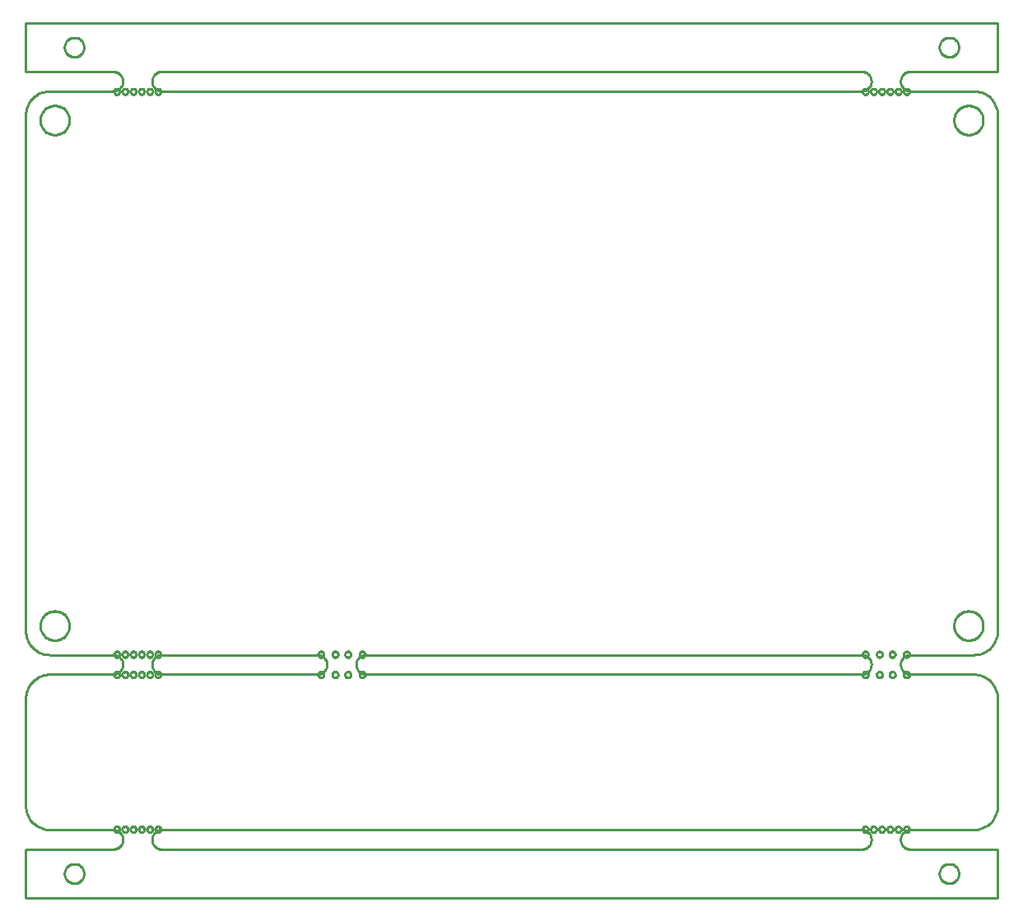
<source format=gbr>
G04 EAGLE Gerber RS-274X export*
G75*
%MOMM*%
%FSLAX34Y34*%
%LPD*%
%IN*%
%IPPOS*%
%AMOC8*
5,1,8,0,0,1.08239X$1,22.5*%
G01*
%ADD10C,0.254000*%


D10*
X0Y31D02*
X1000000Y31D01*
X1000000Y50031D01*
X910000Y50031D01*
X909128Y50069D01*
X908264Y50183D01*
X907412Y50372D01*
X906580Y50634D01*
X905774Y50968D01*
X905000Y51371D01*
X904264Y51840D01*
X903572Y52371D01*
X902929Y52960D01*
X902340Y53603D01*
X901808Y54296D01*
X901340Y55031D01*
X900937Y55805D01*
X900603Y56611D01*
X900341Y57443D01*
X900152Y58295D01*
X900038Y59160D01*
X900000Y60031D01*
X900038Y60903D01*
X900152Y61768D01*
X900341Y62619D01*
X900603Y63451D01*
X900937Y64257D01*
X901340Y65031D01*
X901808Y65767D01*
X902340Y66459D01*
X902929Y67102D01*
X903572Y67692D01*
X904264Y68223D01*
X905000Y68692D01*
X905774Y69094D01*
X906580Y69428D01*
X907412Y69691D01*
X908264Y69879D01*
X909128Y69993D01*
X910000Y70031D01*
X975000Y70031D01*
X977179Y70126D01*
X979341Y70411D01*
X981470Y70883D01*
X983551Y71539D01*
X985565Y72374D01*
X987500Y73381D01*
X989339Y74552D01*
X991070Y75880D01*
X992678Y77354D01*
X994151Y78962D01*
X995479Y80692D01*
X996651Y82531D01*
X997658Y84466D01*
X998492Y86481D01*
X999148Y88561D01*
X999620Y90690D01*
X999905Y92852D01*
X1000000Y95031D01*
X1000000Y205031D01*
X999905Y207210D01*
X999620Y209372D01*
X999148Y211502D01*
X998492Y213582D01*
X997658Y215597D01*
X996651Y217531D01*
X995479Y219371D01*
X994151Y221101D01*
X992678Y222709D01*
X991070Y224182D01*
X989339Y225510D01*
X987500Y226682D01*
X985565Y227689D01*
X983551Y228524D01*
X981470Y229179D01*
X979341Y229651D01*
X977179Y229936D01*
X975000Y230031D01*
X910000Y230031D01*
X909128Y230069D01*
X908264Y230183D01*
X907412Y230372D01*
X906580Y230634D01*
X905774Y230968D01*
X905000Y231371D01*
X904264Y231840D01*
X903572Y232371D01*
X902929Y232960D01*
X902340Y233603D01*
X901808Y234296D01*
X901340Y235031D01*
X900937Y235805D01*
X900603Y236611D01*
X900341Y237443D01*
X900152Y238295D01*
X900038Y239160D01*
X900000Y240031D01*
X900038Y240903D01*
X900152Y241768D01*
X900341Y242619D01*
X900603Y243451D01*
X900937Y244257D01*
X901340Y245031D01*
X901808Y245767D01*
X902340Y246459D01*
X902929Y247102D01*
X903572Y247692D01*
X904264Y248223D01*
X905000Y248692D01*
X905774Y249094D01*
X906580Y249428D01*
X907412Y249691D01*
X908264Y249879D01*
X909128Y249993D01*
X910000Y250031D01*
X975000Y250031D01*
X977179Y250126D01*
X979341Y250411D01*
X981470Y250883D01*
X983551Y251539D01*
X985565Y252374D01*
X987500Y253381D01*
X989339Y254552D01*
X991070Y255880D01*
X992678Y257354D01*
X994151Y258962D01*
X995479Y260692D01*
X996651Y262531D01*
X997658Y264466D01*
X998492Y266481D01*
X999148Y268561D01*
X999620Y270690D01*
X999905Y272852D01*
X1000000Y275031D01*
X1000000Y805031D01*
X999905Y807210D01*
X999620Y809372D01*
X999148Y811502D01*
X998492Y813582D01*
X997658Y815597D01*
X996651Y817531D01*
X995479Y819371D01*
X994151Y821101D01*
X992678Y822709D01*
X991070Y824182D01*
X989339Y825510D01*
X987500Y826682D01*
X985565Y827689D01*
X983551Y828524D01*
X981470Y829179D01*
X979341Y829651D01*
X977179Y829936D01*
X975000Y830031D01*
X910000Y830031D01*
X909128Y830069D01*
X908264Y830183D01*
X907412Y830372D01*
X906580Y830634D01*
X905774Y830968D01*
X905000Y831371D01*
X904264Y831840D01*
X903572Y832371D01*
X902929Y832960D01*
X902340Y833603D01*
X901808Y834296D01*
X901340Y835031D01*
X900937Y835805D01*
X900603Y836611D01*
X900341Y837443D01*
X900152Y838295D01*
X900038Y839160D01*
X900000Y840031D01*
X900038Y840903D01*
X900152Y841768D01*
X900341Y842619D01*
X900603Y843451D01*
X900937Y844257D01*
X901340Y845031D01*
X901808Y845767D01*
X902340Y846459D01*
X902929Y847102D01*
X903572Y847692D01*
X904264Y848223D01*
X905000Y848692D01*
X905774Y849094D01*
X906580Y849428D01*
X907412Y849691D01*
X908264Y849879D01*
X909128Y849993D01*
X910000Y850031D01*
X1000000Y850031D01*
X1000000Y900031D01*
X0Y900031D01*
X0Y850031D01*
X90000Y850031D01*
X90872Y849993D01*
X91736Y849879D01*
X92588Y849691D01*
X93420Y849428D01*
X94226Y849094D01*
X95000Y848692D01*
X95736Y848223D01*
X96428Y847692D01*
X97071Y847102D01*
X97660Y846459D01*
X98192Y845767D01*
X98660Y845031D01*
X99063Y844257D01*
X99397Y843451D01*
X99659Y842619D01*
X99848Y841768D01*
X99962Y840903D01*
X100000Y840031D01*
X99962Y839160D01*
X99848Y838295D01*
X99659Y837443D01*
X99397Y836611D01*
X99063Y835805D01*
X98660Y835031D01*
X98192Y834296D01*
X97660Y833603D01*
X97071Y832960D01*
X96428Y832371D01*
X95736Y831840D01*
X95000Y831371D01*
X94226Y830968D01*
X93420Y830634D01*
X92588Y830372D01*
X91736Y830183D01*
X90872Y830069D01*
X90000Y830031D01*
X25000Y830031D01*
X22821Y829936D01*
X20659Y829651D01*
X18530Y829179D01*
X16450Y828524D01*
X14435Y827689D01*
X12500Y826682D01*
X10661Y825510D01*
X8930Y824182D01*
X7322Y822709D01*
X5849Y821101D01*
X4521Y819371D01*
X3349Y817531D01*
X2342Y815597D01*
X1508Y813582D01*
X852Y811502D01*
X380Y809372D01*
X95Y807210D01*
X0Y805031D01*
X0Y275031D01*
X95Y272852D01*
X380Y270690D01*
X852Y268561D01*
X1508Y266481D01*
X2342Y264466D01*
X3349Y262531D01*
X4521Y260692D01*
X5849Y258962D01*
X7322Y257354D01*
X8930Y255880D01*
X10661Y254552D01*
X12500Y253381D01*
X14435Y252374D01*
X16450Y251539D01*
X18530Y250883D01*
X20659Y250411D01*
X22821Y250126D01*
X25000Y250031D01*
X90000Y250031D01*
X90872Y249993D01*
X91736Y249879D01*
X92588Y249691D01*
X93420Y249428D01*
X94226Y249094D01*
X95000Y248692D01*
X95736Y248223D01*
X96428Y247692D01*
X97071Y247102D01*
X97660Y246459D01*
X98192Y245767D01*
X98660Y245031D01*
X99063Y244257D01*
X99397Y243451D01*
X99659Y242619D01*
X99848Y241768D01*
X99962Y240903D01*
X100000Y240031D01*
X99962Y239160D01*
X99848Y238295D01*
X99659Y237443D01*
X99397Y236611D01*
X99063Y235805D01*
X98660Y235031D01*
X98192Y234296D01*
X97660Y233603D01*
X97071Y232960D01*
X96428Y232371D01*
X95736Y231840D01*
X95000Y231371D01*
X94226Y230968D01*
X93420Y230634D01*
X92588Y230372D01*
X91736Y230183D01*
X90872Y230069D01*
X90000Y230031D01*
X25000Y230031D01*
X22821Y229936D01*
X20659Y229651D01*
X18530Y229179D01*
X16450Y228524D01*
X14435Y227689D01*
X12500Y226682D01*
X10661Y225510D01*
X8930Y224182D01*
X7322Y222709D01*
X5849Y221101D01*
X4521Y219371D01*
X3349Y217531D01*
X2342Y215597D01*
X1508Y213582D01*
X852Y211502D01*
X380Y209372D01*
X95Y207210D01*
X0Y205031D01*
X0Y95031D01*
X95Y92852D01*
X380Y90690D01*
X852Y88561D01*
X1508Y86481D01*
X2342Y84466D01*
X3349Y82531D01*
X4521Y80692D01*
X5849Y78962D01*
X7322Y77354D01*
X8930Y75880D01*
X10661Y74552D01*
X12500Y73381D01*
X14435Y72374D01*
X16450Y71539D01*
X18530Y70883D01*
X20659Y70411D01*
X22821Y70126D01*
X25000Y70031D01*
X90000Y70031D01*
X90872Y69993D01*
X91736Y69879D01*
X92588Y69691D01*
X93420Y69428D01*
X94226Y69094D01*
X95000Y68692D01*
X95736Y68223D01*
X96428Y67692D01*
X97071Y67102D01*
X97660Y66459D01*
X98192Y65767D01*
X98660Y65031D01*
X99063Y64257D01*
X99397Y63451D01*
X99659Y62619D01*
X99848Y61768D01*
X99962Y60903D01*
X100000Y60031D01*
X99962Y59160D01*
X99848Y58295D01*
X99659Y57443D01*
X99397Y56611D01*
X99063Y55805D01*
X98660Y55031D01*
X98192Y54296D01*
X97660Y53603D01*
X97071Y52960D01*
X96428Y52371D01*
X95736Y51840D01*
X95000Y51371D01*
X94226Y50968D01*
X93420Y50634D01*
X92588Y50372D01*
X91736Y50183D01*
X90872Y50069D01*
X90000Y50031D01*
X0Y50031D01*
X0Y31D01*
X340000Y240031D02*
X340038Y239160D01*
X340152Y238295D01*
X340341Y237443D01*
X340603Y236611D01*
X340937Y235805D01*
X341340Y235031D01*
X341808Y234296D01*
X342340Y233603D01*
X342929Y232960D01*
X343572Y232371D01*
X344264Y231840D01*
X345000Y231371D01*
X345774Y230968D01*
X346580Y230634D01*
X347412Y230372D01*
X348264Y230183D01*
X349128Y230069D01*
X350000Y230031D01*
X860000Y230031D01*
X860872Y230069D01*
X861736Y230183D01*
X862588Y230372D01*
X863420Y230634D01*
X864226Y230968D01*
X865000Y231371D01*
X865736Y231840D01*
X866428Y232371D01*
X867071Y232960D01*
X867660Y233603D01*
X868192Y234296D01*
X868660Y235031D01*
X869063Y235805D01*
X869397Y236611D01*
X869659Y237443D01*
X869848Y238295D01*
X869962Y239160D01*
X870000Y240031D01*
X869962Y240903D01*
X869848Y241768D01*
X869659Y242619D01*
X869397Y243451D01*
X869063Y244257D01*
X868660Y245031D01*
X868192Y245767D01*
X867660Y246459D01*
X867071Y247102D01*
X866428Y247692D01*
X865736Y248223D01*
X865000Y248692D01*
X864226Y249094D01*
X863420Y249428D01*
X862588Y249691D01*
X861736Y249879D01*
X860872Y249993D01*
X860000Y250031D01*
X350000Y250031D01*
X349128Y249993D01*
X348264Y249879D01*
X347412Y249691D01*
X346580Y249428D01*
X345774Y249094D01*
X345000Y248692D01*
X344264Y248223D01*
X343572Y247692D01*
X342929Y247102D01*
X342340Y246459D01*
X341808Y245767D01*
X341340Y245031D01*
X340937Y244257D01*
X340603Y243451D01*
X340341Y242619D01*
X340152Y241768D01*
X340038Y240903D01*
X340000Y240031D01*
X130000Y840031D02*
X130038Y839160D01*
X130152Y838295D01*
X130341Y837443D01*
X130603Y836611D01*
X130937Y835805D01*
X131340Y835031D01*
X131808Y834296D01*
X132340Y833603D01*
X132929Y832960D01*
X133572Y832371D01*
X134264Y831840D01*
X135000Y831371D01*
X135774Y830968D01*
X136580Y830634D01*
X137412Y830372D01*
X138264Y830183D01*
X139128Y830069D01*
X140000Y830031D01*
X860000Y830031D01*
X860872Y830069D01*
X861736Y830183D01*
X862588Y830372D01*
X863420Y830634D01*
X864226Y830968D01*
X865000Y831371D01*
X865736Y831840D01*
X866428Y832371D01*
X867071Y832960D01*
X867660Y833603D01*
X868192Y834296D01*
X868660Y835031D01*
X869063Y835805D01*
X869397Y836611D01*
X869659Y837443D01*
X869848Y838295D01*
X869962Y839160D01*
X870000Y840031D01*
X869962Y840903D01*
X869848Y841768D01*
X869659Y842619D01*
X869397Y843451D01*
X869063Y844257D01*
X868660Y845031D01*
X868192Y845767D01*
X867660Y846459D01*
X867071Y847102D01*
X866428Y847692D01*
X865736Y848223D01*
X865000Y848692D01*
X864226Y849094D01*
X863420Y849428D01*
X862588Y849691D01*
X861736Y849879D01*
X860872Y849993D01*
X860000Y850031D01*
X140000Y850031D01*
X139128Y849993D01*
X138264Y849879D01*
X137412Y849691D01*
X136580Y849428D01*
X135774Y849094D01*
X135000Y848692D01*
X134264Y848223D01*
X133572Y847692D01*
X132929Y847102D01*
X132340Y846459D01*
X131808Y845767D01*
X131340Y845031D01*
X130937Y844257D01*
X130603Y843451D01*
X130341Y842619D01*
X130152Y841768D01*
X130038Y840903D01*
X130000Y840031D01*
X130000Y60031D02*
X130038Y59160D01*
X130152Y58295D01*
X130341Y57443D01*
X130603Y56611D01*
X130937Y55805D01*
X131340Y55031D01*
X131808Y54296D01*
X132340Y53603D01*
X132929Y52960D01*
X133572Y52371D01*
X134264Y51840D01*
X135000Y51371D01*
X135774Y50968D01*
X136580Y50634D01*
X137412Y50372D01*
X138264Y50183D01*
X139128Y50069D01*
X140000Y50031D01*
X860000Y50031D01*
X860872Y50069D01*
X861736Y50183D01*
X862588Y50372D01*
X863420Y50634D01*
X864226Y50968D01*
X865000Y51371D01*
X865736Y51840D01*
X866428Y52371D01*
X867071Y52960D01*
X867660Y53603D01*
X868192Y54296D01*
X868660Y55031D01*
X869063Y55805D01*
X869397Y56611D01*
X869659Y57443D01*
X869848Y58295D01*
X869962Y59160D01*
X870000Y60031D01*
X869962Y60903D01*
X869848Y61768D01*
X869659Y62619D01*
X869397Y63451D01*
X869063Y64257D01*
X868660Y65031D01*
X868192Y65767D01*
X867660Y66459D01*
X867071Y67102D01*
X866428Y67692D01*
X865736Y68223D01*
X865000Y68692D01*
X864226Y69094D01*
X863420Y69428D01*
X862588Y69691D01*
X861736Y69879D01*
X860872Y69993D01*
X860000Y70031D01*
X140000Y70031D01*
X139128Y69993D01*
X138264Y69879D01*
X137412Y69691D01*
X136580Y69428D01*
X135774Y69094D01*
X135000Y68692D01*
X134264Y68223D01*
X133572Y67692D01*
X132929Y67102D01*
X132340Y66459D01*
X131808Y65767D01*
X131340Y65031D01*
X130937Y64257D01*
X130603Y63451D01*
X130341Y62619D01*
X130152Y61768D01*
X130038Y60903D01*
X130000Y60031D01*
X130000Y240000D02*
X130038Y239128D01*
X130152Y238264D01*
X130341Y237412D01*
X130603Y236580D01*
X130937Y235774D01*
X131340Y235000D01*
X131808Y234264D01*
X132340Y233572D01*
X132929Y232929D01*
X133572Y232340D01*
X134264Y231808D01*
X135000Y231340D01*
X135774Y230937D01*
X136580Y230603D01*
X137412Y230341D01*
X138264Y230152D01*
X139128Y230038D01*
X140000Y230000D01*
X300000Y230000D01*
X300872Y230038D01*
X301736Y230152D01*
X302588Y230341D01*
X303420Y230603D01*
X304226Y230937D01*
X305000Y231340D01*
X305736Y231808D01*
X306428Y232340D01*
X307071Y232929D01*
X307660Y233572D01*
X308192Y234264D01*
X308660Y235000D01*
X309063Y235774D01*
X309397Y236580D01*
X309659Y237412D01*
X309848Y238264D01*
X309962Y239128D01*
X310000Y240000D01*
X309962Y240872D01*
X309848Y241736D01*
X309659Y242588D01*
X309397Y243420D01*
X309063Y244226D01*
X308660Y245000D01*
X308192Y245736D01*
X307660Y246428D01*
X307071Y247071D01*
X306428Y247660D01*
X305736Y248192D01*
X305000Y248660D01*
X304226Y249063D01*
X303420Y249397D01*
X302588Y249659D01*
X301736Y249848D01*
X300872Y249962D01*
X300000Y250000D01*
X140000Y250000D01*
X139128Y249962D01*
X138264Y249848D01*
X137412Y249659D01*
X136580Y249397D01*
X135774Y249063D01*
X135000Y248660D01*
X134264Y248192D01*
X133572Y247660D01*
X132929Y247071D01*
X132340Y246428D01*
X131808Y245736D01*
X131340Y245000D01*
X130937Y244226D01*
X130603Y243420D01*
X130341Y242588D01*
X130152Y241736D01*
X130038Y240872D01*
X130000Y240000D01*
X45000Y799496D02*
X44924Y798427D01*
X44771Y797366D01*
X44543Y796319D01*
X44241Y795291D01*
X43867Y794287D01*
X43422Y793313D01*
X42908Y792372D01*
X42329Y791471D01*
X41687Y790613D01*
X40985Y789803D01*
X40228Y789046D01*
X39418Y788344D01*
X38560Y787702D01*
X37659Y787123D01*
X36719Y786609D01*
X35744Y786164D01*
X34740Y785790D01*
X33712Y785488D01*
X32665Y785260D01*
X31604Y785108D01*
X30536Y785031D01*
X29464Y785031D01*
X28396Y785108D01*
X27335Y785260D01*
X26288Y785488D01*
X25260Y785790D01*
X24256Y786164D01*
X23281Y786609D01*
X22341Y787123D01*
X21440Y787702D01*
X20582Y788344D01*
X19772Y789046D01*
X19015Y789803D01*
X18313Y790613D01*
X17671Y791471D01*
X17092Y792372D01*
X16578Y793313D01*
X16133Y794287D01*
X15759Y795291D01*
X15457Y796319D01*
X15229Y797366D01*
X15076Y798427D01*
X15000Y799496D01*
X15000Y800567D01*
X15076Y801636D01*
X15229Y802696D01*
X15457Y803743D01*
X15759Y804771D01*
X16133Y805775D01*
X16578Y806750D01*
X17092Y807690D01*
X17671Y808592D01*
X18313Y809449D01*
X19015Y810259D01*
X19772Y811017D01*
X20582Y811718D01*
X21440Y812360D01*
X22341Y812940D01*
X23281Y813453D01*
X24256Y813898D01*
X25260Y814273D01*
X26288Y814575D01*
X27335Y814802D01*
X28396Y814955D01*
X29464Y815031D01*
X30536Y815031D01*
X31604Y814955D01*
X32665Y814802D01*
X33712Y814575D01*
X34740Y814273D01*
X35744Y813898D01*
X36719Y813453D01*
X37659Y812940D01*
X38560Y812360D01*
X39418Y811718D01*
X40228Y811017D01*
X40985Y810259D01*
X41687Y809449D01*
X42329Y808592D01*
X42908Y807690D01*
X43422Y806750D01*
X43867Y805775D01*
X44241Y804771D01*
X44543Y803743D01*
X44771Y802696D01*
X44924Y801636D01*
X45000Y800567D01*
X45000Y799496D01*
X985000Y799496D02*
X984924Y798427D01*
X984771Y797366D01*
X984543Y796319D01*
X984241Y795291D01*
X983867Y794287D01*
X983422Y793313D01*
X982908Y792372D01*
X982329Y791471D01*
X981687Y790613D01*
X980985Y789803D01*
X980228Y789046D01*
X979418Y788344D01*
X978560Y787702D01*
X977659Y787123D01*
X976719Y786609D01*
X975744Y786164D01*
X974740Y785790D01*
X973712Y785488D01*
X972665Y785260D01*
X971604Y785108D01*
X970536Y785031D01*
X969464Y785031D01*
X968396Y785108D01*
X967335Y785260D01*
X966288Y785488D01*
X965260Y785790D01*
X964256Y786164D01*
X963281Y786609D01*
X962341Y787123D01*
X961440Y787702D01*
X960582Y788344D01*
X959772Y789046D01*
X959015Y789803D01*
X958313Y790613D01*
X957671Y791471D01*
X957092Y792372D01*
X956578Y793313D01*
X956133Y794287D01*
X955759Y795291D01*
X955457Y796319D01*
X955229Y797366D01*
X955076Y798427D01*
X955000Y799496D01*
X955000Y800567D01*
X955076Y801636D01*
X955229Y802696D01*
X955457Y803743D01*
X955759Y804771D01*
X956133Y805775D01*
X956578Y806750D01*
X957092Y807690D01*
X957671Y808592D01*
X958313Y809449D01*
X959015Y810259D01*
X959772Y811017D01*
X960582Y811718D01*
X961440Y812360D01*
X962341Y812940D01*
X963281Y813453D01*
X964256Y813898D01*
X965260Y814273D01*
X966288Y814575D01*
X967335Y814802D01*
X968396Y814955D01*
X969464Y815031D01*
X970536Y815031D01*
X971604Y814955D01*
X972665Y814802D01*
X973712Y814575D01*
X974740Y814273D01*
X975744Y813898D01*
X976719Y813453D01*
X977659Y812940D01*
X978560Y812360D01*
X979418Y811718D01*
X980228Y811017D01*
X980985Y810259D01*
X981687Y809449D01*
X982329Y808592D01*
X982908Y807690D01*
X983422Y806750D01*
X983867Y805775D01*
X984241Y804771D01*
X984543Y803743D01*
X984771Y802696D01*
X984924Y801636D01*
X985000Y800567D01*
X985000Y799496D01*
X45000Y279496D02*
X44924Y278427D01*
X44771Y277366D01*
X44543Y276319D01*
X44241Y275291D01*
X43867Y274287D01*
X43422Y273313D01*
X42908Y272372D01*
X42329Y271471D01*
X41687Y270613D01*
X40985Y269803D01*
X40228Y269046D01*
X39418Y268344D01*
X38560Y267702D01*
X37659Y267123D01*
X36719Y266609D01*
X35744Y266164D01*
X34740Y265790D01*
X33712Y265488D01*
X32665Y265260D01*
X31604Y265108D01*
X30536Y265031D01*
X29464Y265031D01*
X28396Y265108D01*
X27335Y265260D01*
X26288Y265488D01*
X25260Y265790D01*
X24256Y266164D01*
X23281Y266609D01*
X22341Y267123D01*
X21440Y267702D01*
X20582Y268344D01*
X19772Y269046D01*
X19015Y269803D01*
X18313Y270613D01*
X17671Y271471D01*
X17092Y272372D01*
X16578Y273313D01*
X16133Y274287D01*
X15759Y275291D01*
X15457Y276319D01*
X15229Y277366D01*
X15076Y278427D01*
X15000Y279496D01*
X15000Y280567D01*
X15076Y281636D01*
X15229Y282696D01*
X15457Y283743D01*
X15759Y284771D01*
X16133Y285775D01*
X16578Y286750D01*
X17092Y287690D01*
X17671Y288592D01*
X18313Y289449D01*
X19015Y290259D01*
X19772Y291017D01*
X20582Y291718D01*
X21440Y292360D01*
X22341Y292940D01*
X23281Y293453D01*
X24256Y293898D01*
X25260Y294273D01*
X26288Y294575D01*
X27335Y294802D01*
X28396Y294955D01*
X29464Y295031D01*
X30536Y295031D01*
X31604Y294955D01*
X32665Y294802D01*
X33712Y294575D01*
X34740Y294273D01*
X35744Y293898D01*
X36719Y293453D01*
X37659Y292940D01*
X38560Y292360D01*
X39418Y291718D01*
X40228Y291017D01*
X40985Y290259D01*
X41687Y289449D01*
X42329Y288592D01*
X42908Y287690D01*
X43422Y286750D01*
X43867Y285775D01*
X44241Y284771D01*
X44543Y283743D01*
X44771Y282696D01*
X44924Y281636D01*
X45000Y280567D01*
X45000Y279496D01*
X985000Y279496D02*
X984924Y278427D01*
X984771Y277366D01*
X984543Y276319D01*
X984241Y275291D01*
X983867Y274287D01*
X983422Y273313D01*
X982908Y272372D01*
X982329Y271471D01*
X981687Y270613D01*
X980985Y269803D01*
X980228Y269046D01*
X979418Y268344D01*
X978560Y267702D01*
X977659Y267123D01*
X976719Y266609D01*
X975744Y266164D01*
X974740Y265790D01*
X973712Y265488D01*
X972665Y265260D01*
X971604Y265108D01*
X970536Y265031D01*
X969464Y265031D01*
X968396Y265108D01*
X967335Y265260D01*
X966288Y265488D01*
X965260Y265790D01*
X964256Y266164D01*
X963281Y266609D01*
X962341Y267123D01*
X961440Y267702D01*
X960582Y268344D01*
X959772Y269046D01*
X959015Y269803D01*
X958313Y270613D01*
X957671Y271471D01*
X957092Y272372D01*
X956578Y273313D01*
X956133Y274287D01*
X955759Y275291D01*
X955457Y276319D01*
X955229Y277366D01*
X955076Y278427D01*
X955000Y279496D01*
X955000Y280567D01*
X955076Y281636D01*
X955229Y282696D01*
X955457Y283743D01*
X955759Y284771D01*
X956133Y285775D01*
X956578Y286750D01*
X957092Y287690D01*
X957671Y288592D01*
X958313Y289449D01*
X959015Y290259D01*
X959772Y291017D01*
X960582Y291718D01*
X961440Y292360D01*
X962341Y292940D01*
X963281Y293453D01*
X964256Y293898D01*
X965260Y294273D01*
X966288Y294575D01*
X967335Y294802D01*
X968396Y294955D01*
X969464Y295031D01*
X970536Y295031D01*
X971604Y294955D01*
X972665Y294802D01*
X973712Y294575D01*
X974740Y294273D01*
X975744Y293898D01*
X976719Y293453D01*
X977659Y292940D01*
X978560Y292360D01*
X979418Y291718D01*
X980228Y291017D01*
X980985Y290259D01*
X981687Y289449D01*
X982329Y288592D01*
X982908Y287690D01*
X983422Y286750D01*
X983867Y285775D01*
X984241Y284771D01*
X984543Y283743D01*
X984771Y282696D01*
X984924Y281636D01*
X985000Y280567D01*
X985000Y279496D01*
X60000Y874595D02*
X59924Y873725D01*
X59772Y872865D01*
X59546Y872021D01*
X59248Y871201D01*
X58879Y870409D01*
X58442Y869653D01*
X57941Y868938D01*
X57380Y868269D01*
X56762Y867651D01*
X56093Y867090D01*
X55378Y866589D01*
X54622Y866153D01*
X53830Y865784D01*
X53010Y865485D01*
X52166Y865259D01*
X51307Y865107D01*
X50437Y865031D01*
X49563Y865031D01*
X48694Y865107D01*
X47834Y865259D01*
X46990Y865485D01*
X46170Y865784D01*
X45378Y866153D01*
X44622Y866589D01*
X43907Y867090D01*
X43238Y867651D01*
X42620Y868269D01*
X42059Y868938D01*
X41558Y869653D01*
X41121Y870409D01*
X40752Y871201D01*
X40454Y872021D01*
X40228Y872865D01*
X40076Y873725D01*
X40000Y874595D01*
X40000Y875468D01*
X40076Y876338D01*
X40228Y877198D01*
X40454Y878041D01*
X40752Y878862D01*
X41121Y879653D01*
X41558Y880409D01*
X42059Y881125D01*
X42620Y881794D01*
X43238Y882411D01*
X43907Y882972D01*
X44622Y883473D01*
X45378Y883910D01*
X46170Y884279D01*
X46990Y884578D01*
X47834Y884804D01*
X48694Y884955D01*
X49563Y885031D01*
X50437Y885031D01*
X51307Y884955D01*
X52166Y884804D01*
X53010Y884578D01*
X53830Y884279D01*
X54622Y883910D01*
X55378Y883473D01*
X56093Y882972D01*
X56762Y882411D01*
X57380Y881794D01*
X57941Y881125D01*
X58442Y880409D01*
X58879Y879653D01*
X59248Y878862D01*
X59546Y878041D01*
X59772Y877198D01*
X59924Y876338D01*
X60000Y875468D01*
X60000Y874595D01*
X960000Y874595D02*
X959924Y873725D01*
X959772Y872865D01*
X959546Y872021D01*
X959248Y871201D01*
X958879Y870409D01*
X958442Y869653D01*
X957941Y868938D01*
X957380Y868269D01*
X956762Y867651D01*
X956093Y867090D01*
X955378Y866589D01*
X954622Y866153D01*
X953830Y865784D01*
X953010Y865485D01*
X952166Y865259D01*
X951307Y865107D01*
X950437Y865031D01*
X949563Y865031D01*
X948694Y865107D01*
X947834Y865259D01*
X946990Y865485D01*
X946170Y865784D01*
X945378Y866153D01*
X944622Y866589D01*
X943907Y867090D01*
X943238Y867651D01*
X942620Y868269D01*
X942059Y868938D01*
X941558Y869653D01*
X941121Y870409D01*
X940752Y871201D01*
X940454Y872021D01*
X940228Y872865D01*
X940076Y873725D01*
X940000Y874595D01*
X940000Y875468D01*
X940076Y876338D01*
X940228Y877198D01*
X940454Y878041D01*
X940752Y878862D01*
X941121Y879653D01*
X941558Y880409D01*
X942059Y881125D01*
X942620Y881794D01*
X943238Y882411D01*
X943907Y882972D01*
X944622Y883473D01*
X945378Y883910D01*
X946170Y884279D01*
X946990Y884578D01*
X947834Y884804D01*
X948694Y884955D01*
X949563Y885031D01*
X950437Y885031D01*
X951307Y884955D01*
X952166Y884804D01*
X953010Y884578D01*
X953830Y884279D01*
X954622Y883910D01*
X955378Y883473D01*
X956093Y882972D01*
X956762Y882411D01*
X957380Y881794D01*
X957941Y881125D01*
X958442Y880409D01*
X958879Y879653D01*
X959248Y878862D01*
X959546Y878041D01*
X959772Y877198D01*
X959924Y876338D01*
X960000Y875468D01*
X960000Y874595D01*
X960000Y24595D02*
X959924Y23725D01*
X959772Y22865D01*
X959546Y22021D01*
X959248Y21201D01*
X958879Y20409D01*
X958442Y19653D01*
X957941Y18938D01*
X957380Y18269D01*
X956762Y17651D01*
X956093Y17090D01*
X955378Y16589D01*
X954622Y16153D01*
X953830Y15784D01*
X953010Y15485D01*
X952166Y15259D01*
X951307Y15107D01*
X950437Y15031D01*
X949563Y15031D01*
X948694Y15107D01*
X947834Y15259D01*
X946990Y15485D01*
X946170Y15784D01*
X945378Y16153D01*
X944622Y16589D01*
X943907Y17090D01*
X943238Y17651D01*
X942620Y18269D01*
X942059Y18938D01*
X941558Y19653D01*
X941121Y20409D01*
X940752Y21201D01*
X940454Y22021D01*
X940228Y22865D01*
X940076Y23725D01*
X940000Y24595D01*
X940000Y25468D01*
X940076Y26338D01*
X940228Y27198D01*
X940454Y28041D01*
X940752Y28862D01*
X941121Y29653D01*
X941558Y30409D01*
X942059Y31125D01*
X942620Y31794D01*
X943238Y32411D01*
X943907Y32972D01*
X944622Y33473D01*
X945378Y33910D01*
X946170Y34279D01*
X946990Y34578D01*
X947834Y34804D01*
X948694Y34955D01*
X949563Y35031D01*
X950437Y35031D01*
X951307Y34955D01*
X952166Y34804D01*
X953010Y34578D01*
X953830Y34279D01*
X954622Y33910D01*
X955378Y33473D01*
X956093Y32972D01*
X956762Y32411D01*
X957380Y31794D01*
X957941Y31125D01*
X958442Y30409D01*
X958879Y29653D01*
X959248Y28862D01*
X959546Y28041D01*
X959772Y27198D01*
X959924Y26338D01*
X960000Y25468D01*
X960000Y24595D01*
X60000Y24595D02*
X59924Y23725D01*
X59772Y22865D01*
X59546Y22021D01*
X59248Y21201D01*
X58879Y20409D01*
X58442Y19653D01*
X57941Y18938D01*
X57380Y18269D01*
X56762Y17651D01*
X56093Y17090D01*
X55378Y16589D01*
X54622Y16153D01*
X53830Y15784D01*
X53010Y15485D01*
X52166Y15259D01*
X51307Y15107D01*
X50437Y15031D01*
X49563Y15031D01*
X48694Y15107D01*
X47834Y15259D01*
X46990Y15485D01*
X46170Y15784D01*
X45378Y16153D01*
X44622Y16589D01*
X43907Y17090D01*
X43238Y17651D01*
X42620Y18269D01*
X42059Y18938D01*
X41558Y19653D01*
X41121Y20409D01*
X40752Y21201D01*
X40454Y22021D01*
X40228Y22865D01*
X40076Y23725D01*
X40000Y24595D01*
X40000Y25468D01*
X40076Y26338D01*
X40228Y27198D01*
X40454Y28041D01*
X40752Y28862D01*
X41121Y29653D01*
X41558Y30409D01*
X42059Y31125D01*
X42620Y31794D01*
X43238Y32411D01*
X43907Y32972D01*
X44622Y33473D01*
X45378Y33910D01*
X46170Y34279D01*
X46990Y34578D01*
X47834Y34804D01*
X48694Y34955D01*
X49563Y35031D01*
X50437Y35031D01*
X51307Y34955D01*
X52166Y34804D01*
X53010Y34578D01*
X53830Y34279D01*
X54622Y33910D01*
X55378Y33473D01*
X56093Y32972D01*
X56762Y32411D01*
X57380Y31794D01*
X57941Y31125D01*
X58442Y30409D01*
X58879Y29653D01*
X59248Y28862D01*
X59546Y28041D01*
X59772Y27198D01*
X59924Y26338D01*
X60000Y25468D01*
X60000Y24595D01*
X909250Y829295D02*
X909176Y828829D01*
X909030Y828380D01*
X908816Y827959D01*
X908538Y827577D01*
X908205Y827243D01*
X907823Y826965D01*
X907402Y826751D01*
X906953Y826605D01*
X906486Y826531D01*
X906014Y826531D01*
X905548Y826605D01*
X905099Y826751D01*
X904678Y826965D01*
X904296Y827243D01*
X903962Y827577D01*
X903684Y827959D01*
X903470Y828380D01*
X903324Y828829D01*
X903250Y829295D01*
X903250Y829767D01*
X903324Y830234D01*
X903470Y830683D01*
X903684Y831104D01*
X903962Y831486D01*
X904296Y831820D01*
X904678Y832097D01*
X905099Y832311D01*
X905548Y832457D01*
X906014Y832531D01*
X906486Y832531D01*
X906953Y832457D01*
X907402Y832311D01*
X907823Y832097D01*
X908205Y831820D01*
X908538Y831486D01*
X908816Y831104D01*
X909030Y830683D01*
X909176Y830234D01*
X909250Y829767D01*
X909250Y829295D01*
X866750Y829295D02*
X866676Y828829D01*
X866530Y828380D01*
X866316Y827959D01*
X866038Y827577D01*
X865704Y827243D01*
X865322Y826965D01*
X864902Y826751D01*
X864453Y826605D01*
X863986Y826531D01*
X863514Y826531D01*
X863048Y826605D01*
X862598Y826751D01*
X862178Y826965D01*
X861796Y827243D01*
X861462Y827577D01*
X861184Y827959D01*
X860970Y828380D01*
X860824Y828829D01*
X860750Y829295D01*
X860750Y829767D01*
X860824Y830234D01*
X860970Y830683D01*
X861184Y831104D01*
X861462Y831486D01*
X861796Y831820D01*
X862178Y832097D01*
X862598Y832311D01*
X863048Y832457D01*
X863514Y832531D01*
X863986Y832531D01*
X864453Y832457D01*
X864902Y832311D01*
X865322Y832097D01*
X865704Y831820D01*
X866038Y831486D01*
X866316Y831104D01*
X866530Y830683D01*
X866676Y830234D01*
X866750Y829767D01*
X866750Y829295D01*
X875250Y829295D02*
X875176Y828829D01*
X875030Y828380D01*
X874816Y827959D01*
X874538Y827577D01*
X874204Y827243D01*
X873822Y826965D01*
X873402Y826751D01*
X872953Y826605D01*
X872486Y826531D01*
X872014Y826531D01*
X871548Y826605D01*
X871098Y826751D01*
X870678Y826965D01*
X870296Y827243D01*
X869962Y827577D01*
X869684Y827959D01*
X869470Y828380D01*
X869324Y828829D01*
X869250Y829295D01*
X869250Y829767D01*
X869324Y830234D01*
X869470Y830683D01*
X869684Y831104D01*
X869962Y831486D01*
X870296Y831820D01*
X870678Y832097D01*
X871098Y832311D01*
X871548Y832457D01*
X872014Y832531D01*
X872486Y832531D01*
X872953Y832457D01*
X873402Y832311D01*
X873822Y832097D01*
X874204Y831820D01*
X874538Y831486D01*
X874816Y831104D01*
X875030Y830683D01*
X875176Y830234D01*
X875250Y829767D01*
X875250Y829295D01*
X883750Y829295D02*
X883676Y828829D01*
X883530Y828380D01*
X883316Y827959D01*
X883038Y827577D01*
X882704Y827243D01*
X882322Y826965D01*
X881902Y826751D01*
X881453Y826605D01*
X880986Y826531D01*
X880514Y826531D01*
X880048Y826605D01*
X879599Y826751D01*
X879178Y826965D01*
X878796Y827243D01*
X878462Y827577D01*
X878184Y827959D01*
X877970Y828380D01*
X877824Y828829D01*
X877750Y829295D01*
X877750Y829767D01*
X877824Y830234D01*
X877970Y830683D01*
X878184Y831104D01*
X878462Y831486D01*
X878796Y831820D01*
X879178Y832097D01*
X879599Y832311D01*
X880048Y832457D01*
X880514Y832531D01*
X880986Y832531D01*
X881453Y832457D01*
X881902Y832311D01*
X882322Y832097D01*
X882704Y831820D01*
X883038Y831486D01*
X883316Y831104D01*
X883530Y830683D01*
X883676Y830234D01*
X883750Y829767D01*
X883750Y829295D01*
X892250Y829295D02*
X892176Y828829D01*
X892030Y828380D01*
X891816Y827959D01*
X891538Y827577D01*
X891205Y827243D01*
X890822Y826965D01*
X890402Y826751D01*
X889953Y826605D01*
X889486Y826531D01*
X889014Y826531D01*
X888548Y826605D01*
X888099Y826751D01*
X887678Y826965D01*
X887296Y827243D01*
X886962Y827577D01*
X886684Y827959D01*
X886470Y828380D01*
X886324Y828829D01*
X886250Y829295D01*
X886250Y829767D01*
X886324Y830234D01*
X886470Y830683D01*
X886684Y831104D01*
X886962Y831486D01*
X887296Y831820D01*
X887678Y832097D01*
X888099Y832311D01*
X888548Y832457D01*
X889014Y832531D01*
X889486Y832531D01*
X889953Y832457D01*
X890402Y832311D01*
X890822Y832097D01*
X891205Y831820D01*
X891538Y831486D01*
X891816Y831104D01*
X892030Y830683D01*
X892176Y830234D01*
X892250Y829767D01*
X892250Y829295D01*
X900750Y829295D02*
X900676Y828829D01*
X900530Y828380D01*
X900316Y827959D01*
X900038Y827577D01*
X899705Y827243D01*
X899323Y826965D01*
X898902Y826751D01*
X898453Y826605D01*
X897986Y826531D01*
X897514Y826531D01*
X897048Y826605D01*
X896599Y826751D01*
X896178Y826965D01*
X895796Y827243D01*
X895462Y827577D01*
X895184Y827959D01*
X894970Y828380D01*
X894824Y828829D01*
X894750Y829295D01*
X894750Y829767D01*
X894824Y830234D01*
X894970Y830683D01*
X895184Y831104D01*
X895462Y831486D01*
X895796Y831820D01*
X896178Y832097D01*
X896599Y832311D01*
X897048Y832457D01*
X897514Y832531D01*
X897986Y832531D01*
X898453Y832457D01*
X898902Y832311D01*
X899323Y832097D01*
X899705Y831820D01*
X900038Y831486D01*
X900316Y831104D01*
X900530Y830683D01*
X900676Y830234D01*
X900750Y829767D01*
X900750Y829295D01*
X139250Y829295D02*
X139176Y828829D01*
X139030Y828380D01*
X138816Y827959D01*
X138538Y827577D01*
X138205Y827243D01*
X137823Y826965D01*
X137402Y826751D01*
X136953Y826605D01*
X136486Y826531D01*
X136014Y826531D01*
X135548Y826605D01*
X135099Y826751D01*
X134678Y826965D01*
X134296Y827243D01*
X133962Y827577D01*
X133684Y827959D01*
X133470Y828380D01*
X133324Y828829D01*
X133250Y829295D01*
X133250Y829767D01*
X133324Y830234D01*
X133470Y830683D01*
X133684Y831104D01*
X133962Y831486D01*
X134296Y831820D01*
X134678Y832097D01*
X135099Y832311D01*
X135548Y832457D01*
X136014Y832531D01*
X136486Y832531D01*
X136953Y832457D01*
X137402Y832311D01*
X137823Y832097D01*
X138205Y831820D01*
X138538Y831486D01*
X138816Y831104D01*
X139030Y830683D01*
X139176Y830234D01*
X139250Y829767D01*
X139250Y829295D01*
X96750Y829295D02*
X96676Y828829D01*
X96530Y828380D01*
X96316Y827959D01*
X96038Y827577D01*
X95704Y827243D01*
X95322Y826965D01*
X94902Y826751D01*
X94453Y826605D01*
X93986Y826531D01*
X93514Y826531D01*
X93048Y826605D01*
X92598Y826751D01*
X92178Y826965D01*
X91796Y827243D01*
X91462Y827577D01*
X91184Y827959D01*
X90970Y828380D01*
X90824Y828829D01*
X90750Y829295D01*
X90750Y829767D01*
X90824Y830234D01*
X90970Y830683D01*
X91184Y831104D01*
X91462Y831486D01*
X91796Y831820D01*
X92178Y832097D01*
X92598Y832311D01*
X93048Y832457D01*
X93514Y832531D01*
X93986Y832531D01*
X94453Y832457D01*
X94902Y832311D01*
X95322Y832097D01*
X95704Y831820D01*
X96038Y831486D01*
X96316Y831104D01*
X96530Y830683D01*
X96676Y830234D01*
X96750Y829767D01*
X96750Y829295D01*
X105250Y829295D02*
X105176Y828829D01*
X105030Y828380D01*
X104816Y827959D01*
X104538Y827577D01*
X104204Y827243D01*
X103822Y826965D01*
X103402Y826751D01*
X102953Y826605D01*
X102486Y826531D01*
X102014Y826531D01*
X101548Y826605D01*
X101098Y826751D01*
X100678Y826965D01*
X100296Y827243D01*
X99962Y827577D01*
X99684Y827959D01*
X99470Y828380D01*
X99324Y828829D01*
X99250Y829295D01*
X99250Y829767D01*
X99324Y830234D01*
X99470Y830683D01*
X99684Y831104D01*
X99962Y831486D01*
X100296Y831820D01*
X100678Y832097D01*
X101098Y832311D01*
X101548Y832457D01*
X102014Y832531D01*
X102486Y832531D01*
X102953Y832457D01*
X103402Y832311D01*
X103822Y832097D01*
X104204Y831820D01*
X104538Y831486D01*
X104816Y831104D01*
X105030Y830683D01*
X105176Y830234D01*
X105250Y829767D01*
X105250Y829295D01*
X113750Y829295D02*
X113676Y828829D01*
X113530Y828380D01*
X113316Y827959D01*
X113038Y827577D01*
X112704Y827243D01*
X112322Y826965D01*
X111902Y826751D01*
X111453Y826605D01*
X110986Y826531D01*
X110514Y826531D01*
X110048Y826605D01*
X109599Y826751D01*
X109178Y826965D01*
X108796Y827243D01*
X108462Y827577D01*
X108184Y827959D01*
X107970Y828380D01*
X107824Y828829D01*
X107750Y829295D01*
X107750Y829767D01*
X107824Y830234D01*
X107970Y830683D01*
X108184Y831104D01*
X108462Y831486D01*
X108796Y831820D01*
X109178Y832097D01*
X109599Y832311D01*
X110048Y832457D01*
X110514Y832531D01*
X110986Y832531D01*
X111453Y832457D01*
X111902Y832311D01*
X112322Y832097D01*
X112704Y831820D01*
X113038Y831486D01*
X113316Y831104D01*
X113530Y830683D01*
X113676Y830234D01*
X113750Y829767D01*
X113750Y829295D01*
X122250Y829295D02*
X122176Y828829D01*
X122030Y828380D01*
X121816Y827959D01*
X121538Y827577D01*
X121205Y827243D01*
X120822Y826965D01*
X120402Y826751D01*
X119953Y826605D01*
X119486Y826531D01*
X119014Y826531D01*
X118548Y826605D01*
X118099Y826751D01*
X117678Y826965D01*
X117296Y827243D01*
X116962Y827577D01*
X116684Y827959D01*
X116470Y828380D01*
X116324Y828829D01*
X116250Y829295D01*
X116250Y829767D01*
X116324Y830234D01*
X116470Y830683D01*
X116684Y831104D01*
X116962Y831486D01*
X117296Y831820D01*
X117678Y832097D01*
X118099Y832311D01*
X118548Y832457D01*
X119014Y832531D01*
X119486Y832531D01*
X119953Y832457D01*
X120402Y832311D01*
X120822Y832097D01*
X121205Y831820D01*
X121538Y831486D01*
X121816Y831104D01*
X122030Y830683D01*
X122176Y830234D01*
X122250Y829767D01*
X122250Y829295D01*
X130750Y829295D02*
X130676Y828829D01*
X130530Y828380D01*
X130316Y827959D01*
X130038Y827577D01*
X129705Y827243D01*
X129323Y826965D01*
X128902Y826751D01*
X128453Y826605D01*
X127986Y826531D01*
X127514Y826531D01*
X127048Y826605D01*
X126599Y826751D01*
X126178Y826965D01*
X125796Y827243D01*
X125462Y827577D01*
X125184Y827959D01*
X124970Y828380D01*
X124824Y828829D01*
X124750Y829295D01*
X124750Y829767D01*
X124824Y830234D01*
X124970Y830683D01*
X125184Y831104D01*
X125462Y831486D01*
X125796Y831820D01*
X126178Y832097D01*
X126599Y832311D01*
X127048Y832457D01*
X127514Y832531D01*
X127986Y832531D01*
X128453Y832457D01*
X128902Y832311D01*
X129323Y832097D01*
X129705Y831820D01*
X130038Y831486D01*
X130316Y831104D01*
X130530Y830683D01*
X130676Y830234D01*
X130750Y829767D01*
X130750Y829295D01*
X139250Y250295D02*
X139176Y249829D01*
X139030Y249380D01*
X138816Y248959D01*
X138538Y248577D01*
X138205Y248243D01*
X137823Y247965D01*
X137402Y247751D01*
X136953Y247605D01*
X136486Y247531D01*
X136014Y247531D01*
X135548Y247605D01*
X135099Y247751D01*
X134678Y247965D01*
X134296Y248243D01*
X133962Y248577D01*
X133684Y248959D01*
X133470Y249380D01*
X133324Y249829D01*
X133250Y250295D01*
X133250Y250767D01*
X133324Y251234D01*
X133470Y251683D01*
X133684Y252104D01*
X133962Y252486D01*
X134296Y252820D01*
X134678Y253097D01*
X135099Y253311D01*
X135548Y253457D01*
X136014Y253531D01*
X136486Y253531D01*
X136953Y253457D01*
X137402Y253311D01*
X137823Y253097D01*
X138205Y252820D01*
X138538Y252486D01*
X138816Y252104D01*
X139030Y251683D01*
X139176Y251234D01*
X139250Y250767D01*
X139250Y250295D01*
X96750Y250295D02*
X96676Y249829D01*
X96530Y249380D01*
X96316Y248959D01*
X96038Y248577D01*
X95704Y248243D01*
X95322Y247965D01*
X94902Y247751D01*
X94453Y247605D01*
X93986Y247531D01*
X93514Y247531D01*
X93048Y247605D01*
X92598Y247751D01*
X92178Y247965D01*
X91796Y248243D01*
X91462Y248577D01*
X91184Y248959D01*
X90970Y249380D01*
X90824Y249829D01*
X90750Y250295D01*
X90750Y250767D01*
X90824Y251234D01*
X90970Y251683D01*
X91184Y252104D01*
X91462Y252486D01*
X91796Y252820D01*
X92178Y253097D01*
X92598Y253311D01*
X93048Y253457D01*
X93514Y253531D01*
X93986Y253531D01*
X94453Y253457D01*
X94902Y253311D01*
X95322Y253097D01*
X95704Y252820D01*
X96038Y252486D01*
X96316Y252104D01*
X96530Y251683D01*
X96676Y251234D01*
X96750Y250767D01*
X96750Y250295D01*
X105250Y250295D02*
X105176Y249829D01*
X105030Y249380D01*
X104816Y248959D01*
X104538Y248577D01*
X104204Y248243D01*
X103822Y247965D01*
X103402Y247751D01*
X102953Y247605D01*
X102486Y247531D01*
X102014Y247531D01*
X101548Y247605D01*
X101098Y247751D01*
X100678Y247965D01*
X100296Y248243D01*
X99962Y248577D01*
X99684Y248959D01*
X99470Y249380D01*
X99324Y249829D01*
X99250Y250295D01*
X99250Y250767D01*
X99324Y251234D01*
X99470Y251683D01*
X99684Y252104D01*
X99962Y252486D01*
X100296Y252820D01*
X100678Y253097D01*
X101098Y253311D01*
X101548Y253457D01*
X102014Y253531D01*
X102486Y253531D01*
X102953Y253457D01*
X103402Y253311D01*
X103822Y253097D01*
X104204Y252820D01*
X104538Y252486D01*
X104816Y252104D01*
X105030Y251683D01*
X105176Y251234D01*
X105250Y250767D01*
X105250Y250295D01*
X113750Y250295D02*
X113676Y249829D01*
X113530Y249380D01*
X113316Y248959D01*
X113038Y248577D01*
X112704Y248243D01*
X112322Y247965D01*
X111902Y247751D01*
X111453Y247605D01*
X110986Y247531D01*
X110514Y247531D01*
X110048Y247605D01*
X109599Y247751D01*
X109178Y247965D01*
X108796Y248243D01*
X108462Y248577D01*
X108184Y248959D01*
X107970Y249380D01*
X107824Y249829D01*
X107750Y250295D01*
X107750Y250767D01*
X107824Y251234D01*
X107970Y251683D01*
X108184Y252104D01*
X108462Y252486D01*
X108796Y252820D01*
X109178Y253097D01*
X109599Y253311D01*
X110048Y253457D01*
X110514Y253531D01*
X110986Y253531D01*
X111453Y253457D01*
X111902Y253311D01*
X112322Y253097D01*
X112704Y252820D01*
X113038Y252486D01*
X113316Y252104D01*
X113530Y251683D01*
X113676Y251234D01*
X113750Y250767D01*
X113750Y250295D01*
X122250Y250295D02*
X122176Y249829D01*
X122030Y249380D01*
X121816Y248959D01*
X121538Y248577D01*
X121205Y248243D01*
X120822Y247965D01*
X120402Y247751D01*
X119953Y247605D01*
X119486Y247531D01*
X119014Y247531D01*
X118548Y247605D01*
X118099Y247751D01*
X117678Y247965D01*
X117296Y248243D01*
X116962Y248577D01*
X116684Y248959D01*
X116470Y249380D01*
X116324Y249829D01*
X116250Y250295D01*
X116250Y250767D01*
X116324Y251234D01*
X116470Y251683D01*
X116684Y252104D01*
X116962Y252486D01*
X117296Y252820D01*
X117678Y253097D01*
X118099Y253311D01*
X118548Y253457D01*
X119014Y253531D01*
X119486Y253531D01*
X119953Y253457D01*
X120402Y253311D01*
X120822Y253097D01*
X121205Y252820D01*
X121538Y252486D01*
X121816Y252104D01*
X122030Y251683D01*
X122176Y251234D01*
X122250Y250767D01*
X122250Y250295D01*
X130750Y250295D02*
X130676Y249829D01*
X130530Y249380D01*
X130316Y248959D01*
X130038Y248577D01*
X129705Y248243D01*
X129323Y247965D01*
X128902Y247751D01*
X128453Y247605D01*
X127986Y247531D01*
X127514Y247531D01*
X127048Y247605D01*
X126599Y247751D01*
X126178Y247965D01*
X125796Y248243D01*
X125462Y248577D01*
X125184Y248959D01*
X124970Y249380D01*
X124824Y249829D01*
X124750Y250295D01*
X124750Y250767D01*
X124824Y251234D01*
X124970Y251683D01*
X125184Y252104D01*
X125462Y252486D01*
X125796Y252820D01*
X126178Y253097D01*
X126599Y253311D01*
X127048Y253457D01*
X127514Y253531D01*
X127986Y253531D01*
X128453Y253457D01*
X128902Y253311D01*
X129323Y253097D01*
X129705Y252820D01*
X130038Y252486D01*
X130316Y252104D01*
X130530Y251683D01*
X130676Y251234D01*
X130750Y250767D01*
X130750Y250295D01*
X909250Y250295D02*
X909176Y249829D01*
X909031Y249380D01*
X908816Y248959D01*
X908539Y248577D01*
X908205Y248243D01*
X907823Y247965D01*
X907402Y247751D01*
X906953Y247605D01*
X906486Y247531D01*
X906014Y247531D01*
X905548Y247605D01*
X905099Y247751D01*
X904678Y247965D01*
X904296Y248243D01*
X903962Y248577D01*
X903684Y248959D01*
X903470Y249380D01*
X903324Y249829D01*
X903250Y250295D01*
X903250Y250767D01*
X903324Y251234D01*
X903470Y251683D01*
X903684Y252104D01*
X903962Y252486D01*
X904296Y252820D01*
X904678Y253097D01*
X905099Y253311D01*
X905548Y253457D01*
X906014Y253531D01*
X906486Y253531D01*
X906953Y253457D01*
X907402Y253311D01*
X907823Y253097D01*
X908205Y252820D01*
X908539Y252486D01*
X908816Y252104D01*
X909031Y251683D01*
X909176Y251234D01*
X909250Y250767D01*
X909250Y250295D01*
X866750Y250295D02*
X866676Y249829D01*
X866530Y249380D01*
X866316Y248959D01*
X866038Y248577D01*
X865704Y248243D01*
X865322Y247965D01*
X864902Y247751D01*
X864453Y247605D01*
X863986Y247531D01*
X863514Y247531D01*
X863048Y247605D01*
X862598Y247751D01*
X862178Y247965D01*
X861796Y248243D01*
X861462Y248577D01*
X861184Y248959D01*
X860970Y249380D01*
X860824Y249829D01*
X860750Y250295D01*
X860750Y250767D01*
X860824Y251234D01*
X860970Y251683D01*
X861184Y252104D01*
X861462Y252486D01*
X861796Y252820D01*
X862178Y253097D01*
X862598Y253311D01*
X863048Y253457D01*
X863514Y253531D01*
X863986Y253531D01*
X864453Y253457D01*
X864902Y253311D01*
X865322Y253097D01*
X865704Y252820D01*
X866038Y252486D01*
X866316Y252104D01*
X866530Y251683D01*
X866676Y251234D01*
X866750Y250767D01*
X866750Y250295D01*
X881417Y250295D02*
X881343Y249829D01*
X881197Y249380D01*
X880983Y248959D01*
X880705Y248577D01*
X880371Y248243D01*
X879989Y247965D01*
X879568Y247751D01*
X879119Y247605D01*
X878653Y247531D01*
X878181Y247531D01*
X877714Y247605D01*
X877265Y247751D01*
X876844Y247965D01*
X876462Y248243D01*
X876129Y248577D01*
X875851Y248959D01*
X875637Y249380D01*
X875491Y249829D01*
X875417Y250295D01*
X875417Y250767D01*
X875491Y251234D01*
X875637Y251683D01*
X875851Y252104D01*
X876129Y252486D01*
X876462Y252820D01*
X876844Y253097D01*
X877265Y253311D01*
X877714Y253457D01*
X878181Y253531D01*
X878653Y253531D01*
X879119Y253457D01*
X879568Y253311D01*
X879989Y253097D01*
X880371Y252820D01*
X880705Y252486D01*
X880983Y252104D01*
X881197Y251683D01*
X881343Y251234D01*
X881417Y250767D01*
X881417Y250295D01*
X894584Y250295D02*
X894510Y249829D01*
X894364Y249380D01*
X894149Y248959D01*
X893872Y248577D01*
X893538Y248243D01*
X893156Y247965D01*
X892735Y247751D01*
X892286Y247605D01*
X891820Y247531D01*
X891347Y247531D01*
X890881Y247605D01*
X890432Y247751D01*
X890011Y247965D01*
X889629Y248243D01*
X889295Y248577D01*
X889018Y248959D01*
X888803Y249380D01*
X888657Y249829D01*
X888584Y250295D01*
X888584Y250767D01*
X888657Y251234D01*
X888803Y251683D01*
X889018Y252104D01*
X889295Y252486D01*
X889629Y252820D01*
X890011Y253097D01*
X890432Y253311D01*
X890881Y253457D01*
X891347Y253531D01*
X891820Y253531D01*
X892286Y253457D01*
X892735Y253311D01*
X893156Y253097D01*
X893538Y252820D01*
X893872Y252486D01*
X894149Y252104D01*
X894364Y251683D01*
X894510Y251234D01*
X894584Y250767D01*
X894584Y250295D01*
X139250Y229295D02*
X139176Y228829D01*
X139030Y228380D01*
X138816Y227959D01*
X138538Y227577D01*
X138205Y227243D01*
X137823Y226965D01*
X137402Y226751D01*
X136953Y226605D01*
X136486Y226531D01*
X136014Y226531D01*
X135548Y226605D01*
X135099Y226751D01*
X134678Y226965D01*
X134296Y227243D01*
X133962Y227577D01*
X133684Y227959D01*
X133470Y228380D01*
X133324Y228829D01*
X133250Y229295D01*
X133250Y229767D01*
X133324Y230234D01*
X133470Y230683D01*
X133684Y231104D01*
X133962Y231486D01*
X134296Y231820D01*
X134678Y232097D01*
X135099Y232311D01*
X135548Y232457D01*
X136014Y232531D01*
X136486Y232531D01*
X136953Y232457D01*
X137402Y232311D01*
X137823Y232097D01*
X138205Y231820D01*
X138538Y231486D01*
X138816Y231104D01*
X139030Y230683D01*
X139176Y230234D01*
X139250Y229767D01*
X139250Y229295D01*
X96750Y229295D02*
X96676Y228829D01*
X96530Y228380D01*
X96316Y227959D01*
X96038Y227577D01*
X95704Y227243D01*
X95322Y226965D01*
X94902Y226751D01*
X94453Y226605D01*
X93986Y226531D01*
X93514Y226531D01*
X93048Y226605D01*
X92598Y226751D01*
X92178Y226965D01*
X91796Y227243D01*
X91462Y227577D01*
X91184Y227959D01*
X90970Y228380D01*
X90824Y228829D01*
X90750Y229295D01*
X90750Y229767D01*
X90824Y230234D01*
X90970Y230683D01*
X91184Y231104D01*
X91462Y231486D01*
X91796Y231820D01*
X92178Y232097D01*
X92598Y232311D01*
X93048Y232457D01*
X93514Y232531D01*
X93986Y232531D01*
X94453Y232457D01*
X94902Y232311D01*
X95322Y232097D01*
X95704Y231820D01*
X96038Y231486D01*
X96316Y231104D01*
X96530Y230683D01*
X96676Y230234D01*
X96750Y229767D01*
X96750Y229295D01*
X105250Y229295D02*
X105176Y228829D01*
X105030Y228380D01*
X104816Y227959D01*
X104538Y227577D01*
X104204Y227243D01*
X103822Y226965D01*
X103402Y226751D01*
X102953Y226605D01*
X102486Y226531D01*
X102014Y226531D01*
X101548Y226605D01*
X101098Y226751D01*
X100678Y226965D01*
X100296Y227243D01*
X99962Y227577D01*
X99684Y227959D01*
X99470Y228380D01*
X99324Y228829D01*
X99250Y229295D01*
X99250Y229767D01*
X99324Y230234D01*
X99470Y230683D01*
X99684Y231104D01*
X99962Y231486D01*
X100296Y231820D01*
X100678Y232097D01*
X101098Y232311D01*
X101548Y232457D01*
X102014Y232531D01*
X102486Y232531D01*
X102953Y232457D01*
X103402Y232311D01*
X103822Y232097D01*
X104204Y231820D01*
X104538Y231486D01*
X104816Y231104D01*
X105030Y230683D01*
X105176Y230234D01*
X105250Y229767D01*
X105250Y229295D01*
X113750Y229295D02*
X113676Y228829D01*
X113530Y228380D01*
X113316Y227959D01*
X113038Y227577D01*
X112704Y227243D01*
X112322Y226965D01*
X111902Y226751D01*
X111453Y226605D01*
X110986Y226531D01*
X110514Y226531D01*
X110048Y226605D01*
X109599Y226751D01*
X109178Y226965D01*
X108796Y227243D01*
X108462Y227577D01*
X108184Y227959D01*
X107970Y228380D01*
X107824Y228829D01*
X107750Y229295D01*
X107750Y229767D01*
X107824Y230234D01*
X107970Y230683D01*
X108184Y231104D01*
X108462Y231486D01*
X108796Y231820D01*
X109178Y232097D01*
X109599Y232311D01*
X110048Y232457D01*
X110514Y232531D01*
X110986Y232531D01*
X111453Y232457D01*
X111902Y232311D01*
X112322Y232097D01*
X112704Y231820D01*
X113038Y231486D01*
X113316Y231104D01*
X113530Y230683D01*
X113676Y230234D01*
X113750Y229767D01*
X113750Y229295D01*
X122250Y229295D02*
X122176Y228829D01*
X122030Y228380D01*
X121816Y227959D01*
X121538Y227577D01*
X121205Y227243D01*
X120822Y226965D01*
X120402Y226751D01*
X119953Y226605D01*
X119486Y226531D01*
X119014Y226531D01*
X118548Y226605D01*
X118099Y226751D01*
X117678Y226965D01*
X117296Y227243D01*
X116962Y227577D01*
X116684Y227959D01*
X116470Y228380D01*
X116324Y228829D01*
X116250Y229295D01*
X116250Y229767D01*
X116324Y230234D01*
X116470Y230683D01*
X116684Y231104D01*
X116962Y231486D01*
X117296Y231820D01*
X117678Y232097D01*
X118099Y232311D01*
X118548Y232457D01*
X119014Y232531D01*
X119486Y232531D01*
X119953Y232457D01*
X120402Y232311D01*
X120822Y232097D01*
X121205Y231820D01*
X121538Y231486D01*
X121816Y231104D01*
X122030Y230683D01*
X122176Y230234D01*
X122250Y229767D01*
X122250Y229295D01*
X130750Y229295D02*
X130676Y228829D01*
X130530Y228380D01*
X130316Y227959D01*
X130038Y227577D01*
X129705Y227243D01*
X129323Y226965D01*
X128902Y226751D01*
X128453Y226605D01*
X127986Y226531D01*
X127514Y226531D01*
X127048Y226605D01*
X126599Y226751D01*
X126178Y226965D01*
X125796Y227243D01*
X125462Y227577D01*
X125184Y227959D01*
X124970Y228380D01*
X124824Y228829D01*
X124750Y229295D01*
X124750Y229767D01*
X124824Y230234D01*
X124970Y230683D01*
X125184Y231104D01*
X125462Y231486D01*
X125796Y231820D01*
X126178Y232097D01*
X126599Y232311D01*
X127048Y232457D01*
X127514Y232531D01*
X127986Y232531D01*
X128453Y232457D01*
X128902Y232311D01*
X129323Y232097D01*
X129705Y231820D01*
X130038Y231486D01*
X130316Y231104D01*
X130530Y230683D01*
X130676Y230234D01*
X130750Y229767D01*
X130750Y229295D01*
X139250Y70295D02*
X139176Y69829D01*
X139030Y69380D01*
X138816Y68959D01*
X138538Y68577D01*
X138205Y68243D01*
X137823Y67965D01*
X137402Y67751D01*
X136953Y67605D01*
X136486Y67531D01*
X136014Y67531D01*
X135548Y67605D01*
X135099Y67751D01*
X134678Y67965D01*
X134296Y68243D01*
X133962Y68577D01*
X133684Y68959D01*
X133470Y69380D01*
X133324Y69829D01*
X133250Y70295D01*
X133250Y70767D01*
X133324Y71234D01*
X133470Y71683D01*
X133684Y72104D01*
X133962Y72486D01*
X134296Y72820D01*
X134678Y73097D01*
X135099Y73311D01*
X135548Y73457D01*
X136014Y73531D01*
X136486Y73531D01*
X136953Y73457D01*
X137402Y73311D01*
X137823Y73097D01*
X138205Y72820D01*
X138538Y72486D01*
X138816Y72104D01*
X139030Y71683D01*
X139176Y71234D01*
X139250Y70767D01*
X139250Y70295D01*
X96750Y70295D02*
X96676Y69829D01*
X96530Y69380D01*
X96316Y68959D01*
X96038Y68577D01*
X95704Y68243D01*
X95322Y67965D01*
X94902Y67751D01*
X94453Y67605D01*
X93986Y67531D01*
X93514Y67531D01*
X93048Y67605D01*
X92598Y67751D01*
X92178Y67965D01*
X91796Y68243D01*
X91462Y68577D01*
X91184Y68959D01*
X90970Y69380D01*
X90824Y69829D01*
X90750Y70295D01*
X90750Y70767D01*
X90824Y71234D01*
X90970Y71683D01*
X91184Y72104D01*
X91462Y72486D01*
X91796Y72820D01*
X92178Y73097D01*
X92598Y73311D01*
X93048Y73457D01*
X93514Y73531D01*
X93986Y73531D01*
X94453Y73457D01*
X94902Y73311D01*
X95322Y73097D01*
X95704Y72820D01*
X96038Y72486D01*
X96316Y72104D01*
X96530Y71683D01*
X96676Y71234D01*
X96750Y70767D01*
X96750Y70295D01*
X105250Y70295D02*
X105176Y69829D01*
X105030Y69380D01*
X104816Y68959D01*
X104538Y68577D01*
X104204Y68243D01*
X103822Y67965D01*
X103402Y67751D01*
X102953Y67605D01*
X102486Y67531D01*
X102014Y67531D01*
X101548Y67605D01*
X101098Y67751D01*
X100678Y67965D01*
X100296Y68243D01*
X99962Y68577D01*
X99684Y68959D01*
X99470Y69380D01*
X99324Y69829D01*
X99250Y70295D01*
X99250Y70767D01*
X99324Y71234D01*
X99470Y71683D01*
X99684Y72104D01*
X99962Y72486D01*
X100296Y72820D01*
X100678Y73097D01*
X101098Y73311D01*
X101548Y73457D01*
X102014Y73531D01*
X102486Y73531D01*
X102953Y73457D01*
X103402Y73311D01*
X103822Y73097D01*
X104204Y72820D01*
X104538Y72486D01*
X104816Y72104D01*
X105030Y71683D01*
X105176Y71234D01*
X105250Y70767D01*
X105250Y70295D01*
X113750Y70295D02*
X113676Y69829D01*
X113530Y69380D01*
X113316Y68959D01*
X113038Y68577D01*
X112704Y68243D01*
X112322Y67965D01*
X111902Y67751D01*
X111453Y67605D01*
X110986Y67531D01*
X110514Y67531D01*
X110048Y67605D01*
X109599Y67751D01*
X109178Y67965D01*
X108796Y68243D01*
X108462Y68577D01*
X108184Y68959D01*
X107970Y69380D01*
X107824Y69829D01*
X107750Y70295D01*
X107750Y70767D01*
X107824Y71234D01*
X107970Y71683D01*
X108184Y72104D01*
X108462Y72486D01*
X108796Y72820D01*
X109178Y73097D01*
X109599Y73311D01*
X110048Y73457D01*
X110514Y73531D01*
X110986Y73531D01*
X111453Y73457D01*
X111902Y73311D01*
X112322Y73097D01*
X112704Y72820D01*
X113038Y72486D01*
X113316Y72104D01*
X113530Y71683D01*
X113676Y71234D01*
X113750Y70767D01*
X113750Y70295D01*
X122250Y70295D02*
X122176Y69829D01*
X122030Y69380D01*
X121816Y68959D01*
X121538Y68577D01*
X121205Y68243D01*
X120822Y67965D01*
X120402Y67751D01*
X119953Y67605D01*
X119486Y67531D01*
X119014Y67531D01*
X118548Y67605D01*
X118099Y67751D01*
X117678Y67965D01*
X117296Y68243D01*
X116962Y68577D01*
X116684Y68959D01*
X116470Y69380D01*
X116324Y69829D01*
X116250Y70295D01*
X116250Y70767D01*
X116324Y71234D01*
X116470Y71683D01*
X116684Y72104D01*
X116962Y72486D01*
X117296Y72820D01*
X117678Y73097D01*
X118099Y73311D01*
X118548Y73457D01*
X119014Y73531D01*
X119486Y73531D01*
X119953Y73457D01*
X120402Y73311D01*
X120822Y73097D01*
X121205Y72820D01*
X121538Y72486D01*
X121816Y72104D01*
X122030Y71683D01*
X122176Y71234D01*
X122250Y70767D01*
X122250Y70295D01*
X130750Y70295D02*
X130676Y69829D01*
X130530Y69380D01*
X130316Y68959D01*
X130038Y68577D01*
X129705Y68243D01*
X129323Y67965D01*
X128902Y67751D01*
X128453Y67605D01*
X127986Y67531D01*
X127514Y67531D01*
X127048Y67605D01*
X126599Y67751D01*
X126178Y67965D01*
X125796Y68243D01*
X125462Y68577D01*
X125184Y68959D01*
X124970Y69380D01*
X124824Y69829D01*
X124750Y70295D01*
X124750Y70767D01*
X124824Y71234D01*
X124970Y71683D01*
X125184Y72104D01*
X125462Y72486D01*
X125796Y72820D01*
X126178Y73097D01*
X126599Y73311D01*
X127048Y73457D01*
X127514Y73531D01*
X127986Y73531D01*
X128453Y73457D01*
X128902Y73311D01*
X129323Y73097D01*
X129705Y72820D01*
X130038Y72486D01*
X130316Y72104D01*
X130530Y71683D01*
X130676Y71234D01*
X130750Y70767D01*
X130750Y70295D01*
X909250Y229295D02*
X909176Y228829D01*
X909030Y228380D01*
X908816Y227959D01*
X908538Y227577D01*
X908205Y227243D01*
X907823Y226965D01*
X907402Y226751D01*
X906953Y226605D01*
X906486Y226531D01*
X906014Y226531D01*
X905548Y226605D01*
X905099Y226751D01*
X904678Y226965D01*
X904296Y227243D01*
X903962Y227577D01*
X903684Y227959D01*
X903470Y228380D01*
X903324Y228829D01*
X903250Y229295D01*
X903250Y229767D01*
X903324Y230234D01*
X903470Y230683D01*
X903684Y231104D01*
X903962Y231486D01*
X904296Y231820D01*
X904678Y232097D01*
X905099Y232311D01*
X905548Y232457D01*
X906014Y232531D01*
X906486Y232531D01*
X906953Y232457D01*
X907402Y232311D01*
X907823Y232097D01*
X908205Y231820D01*
X908538Y231486D01*
X908816Y231104D01*
X909030Y230683D01*
X909176Y230234D01*
X909250Y229767D01*
X909250Y229295D01*
X866750Y229295D02*
X866676Y228829D01*
X866530Y228380D01*
X866316Y227959D01*
X866038Y227577D01*
X865704Y227243D01*
X865322Y226965D01*
X864902Y226751D01*
X864453Y226605D01*
X863986Y226531D01*
X863514Y226531D01*
X863048Y226605D01*
X862598Y226751D01*
X862178Y226965D01*
X861796Y227243D01*
X861462Y227577D01*
X861184Y227959D01*
X860970Y228380D01*
X860824Y228829D01*
X860750Y229295D01*
X860750Y229767D01*
X860824Y230234D01*
X860970Y230683D01*
X861184Y231104D01*
X861462Y231486D01*
X861796Y231820D01*
X862178Y232097D01*
X862598Y232311D01*
X863048Y232457D01*
X863514Y232531D01*
X863986Y232531D01*
X864453Y232457D01*
X864902Y232311D01*
X865322Y232097D01*
X865704Y231820D01*
X866038Y231486D01*
X866316Y231104D01*
X866530Y230683D01*
X866676Y230234D01*
X866750Y229767D01*
X866750Y229295D01*
X881417Y229295D02*
X881343Y228829D01*
X881197Y228380D01*
X880983Y227959D01*
X880705Y227577D01*
X880371Y227243D01*
X879989Y226965D01*
X879568Y226751D01*
X879119Y226605D01*
X878653Y226531D01*
X878181Y226531D01*
X877714Y226605D01*
X877265Y226751D01*
X876844Y226965D01*
X876462Y227243D01*
X876128Y227577D01*
X875851Y227959D01*
X875637Y228380D01*
X875491Y228829D01*
X875417Y229295D01*
X875417Y229767D01*
X875491Y230234D01*
X875637Y230683D01*
X875851Y231104D01*
X876128Y231486D01*
X876462Y231820D01*
X876844Y232097D01*
X877265Y232311D01*
X877714Y232457D01*
X878181Y232531D01*
X878653Y232531D01*
X879119Y232457D01*
X879568Y232311D01*
X879989Y232097D01*
X880371Y231820D01*
X880705Y231486D01*
X880983Y231104D01*
X881197Y230683D01*
X881343Y230234D01*
X881417Y229767D01*
X881417Y229295D01*
X894583Y229295D02*
X894510Y228829D01*
X894364Y228380D01*
X894149Y227959D01*
X893872Y227577D01*
X893538Y227243D01*
X893156Y226965D01*
X892735Y226751D01*
X892286Y226605D01*
X891820Y226531D01*
X891347Y226531D01*
X890881Y226605D01*
X890432Y226751D01*
X890011Y226965D01*
X889629Y227243D01*
X889295Y227577D01*
X889018Y227959D01*
X888803Y228380D01*
X888657Y228829D01*
X888583Y229295D01*
X888583Y229767D01*
X888657Y230234D01*
X888803Y230683D01*
X889018Y231104D01*
X889295Y231486D01*
X889629Y231820D01*
X890011Y232097D01*
X890432Y232311D01*
X890881Y232457D01*
X891347Y232531D01*
X891820Y232531D01*
X892286Y232457D01*
X892735Y232311D01*
X893156Y232097D01*
X893538Y231820D01*
X893872Y231486D01*
X894149Y231104D01*
X894364Y230683D01*
X894510Y230234D01*
X894583Y229767D01*
X894583Y229295D01*
X909250Y70295D02*
X909176Y69829D01*
X909030Y69380D01*
X908816Y68959D01*
X908538Y68577D01*
X908205Y68243D01*
X907823Y67965D01*
X907402Y67751D01*
X906953Y67605D01*
X906486Y67531D01*
X906014Y67531D01*
X905548Y67605D01*
X905099Y67751D01*
X904678Y67965D01*
X904296Y68243D01*
X903962Y68577D01*
X903684Y68959D01*
X903470Y69380D01*
X903324Y69829D01*
X903250Y70295D01*
X903250Y70767D01*
X903324Y71234D01*
X903470Y71683D01*
X903684Y72104D01*
X903962Y72486D01*
X904296Y72820D01*
X904678Y73097D01*
X905099Y73311D01*
X905548Y73457D01*
X906014Y73531D01*
X906486Y73531D01*
X906953Y73457D01*
X907402Y73311D01*
X907823Y73097D01*
X908205Y72820D01*
X908538Y72486D01*
X908816Y72104D01*
X909030Y71683D01*
X909176Y71234D01*
X909250Y70767D01*
X909250Y70295D01*
X866750Y70295D02*
X866676Y69829D01*
X866530Y69380D01*
X866316Y68959D01*
X866038Y68577D01*
X865704Y68243D01*
X865322Y67965D01*
X864902Y67751D01*
X864453Y67605D01*
X863986Y67531D01*
X863514Y67531D01*
X863048Y67605D01*
X862598Y67751D01*
X862178Y67965D01*
X861796Y68243D01*
X861462Y68577D01*
X861184Y68959D01*
X860970Y69380D01*
X860824Y69829D01*
X860750Y70295D01*
X860750Y70767D01*
X860824Y71234D01*
X860970Y71683D01*
X861184Y72104D01*
X861462Y72486D01*
X861796Y72820D01*
X862178Y73097D01*
X862598Y73311D01*
X863048Y73457D01*
X863514Y73531D01*
X863986Y73531D01*
X864453Y73457D01*
X864902Y73311D01*
X865322Y73097D01*
X865704Y72820D01*
X866038Y72486D01*
X866316Y72104D01*
X866530Y71683D01*
X866676Y71234D01*
X866750Y70767D01*
X866750Y70295D01*
X875250Y70295D02*
X875176Y69829D01*
X875030Y69380D01*
X874816Y68959D01*
X874538Y68577D01*
X874204Y68243D01*
X873822Y67965D01*
X873402Y67751D01*
X872953Y67605D01*
X872486Y67531D01*
X872014Y67531D01*
X871548Y67605D01*
X871098Y67751D01*
X870678Y67965D01*
X870296Y68243D01*
X869962Y68577D01*
X869684Y68959D01*
X869470Y69380D01*
X869324Y69829D01*
X869250Y70295D01*
X869250Y70767D01*
X869324Y71234D01*
X869470Y71683D01*
X869684Y72104D01*
X869962Y72486D01*
X870296Y72820D01*
X870678Y73097D01*
X871098Y73311D01*
X871548Y73457D01*
X872014Y73531D01*
X872486Y73531D01*
X872953Y73457D01*
X873402Y73311D01*
X873822Y73097D01*
X874204Y72820D01*
X874538Y72486D01*
X874816Y72104D01*
X875030Y71683D01*
X875176Y71234D01*
X875250Y70767D01*
X875250Y70295D01*
X883750Y70295D02*
X883676Y69829D01*
X883530Y69380D01*
X883316Y68959D01*
X883038Y68577D01*
X882704Y68243D01*
X882322Y67965D01*
X881902Y67751D01*
X881453Y67605D01*
X880986Y67531D01*
X880514Y67531D01*
X880048Y67605D01*
X879599Y67751D01*
X879178Y67965D01*
X878796Y68243D01*
X878462Y68577D01*
X878184Y68959D01*
X877970Y69380D01*
X877824Y69829D01*
X877750Y70295D01*
X877750Y70767D01*
X877824Y71234D01*
X877970Y71683D01*
X878184Y72104D01*
X878462Y72486D01*
X878796Y72820D01*
X879178Y73097D01*
X879599Y73311D01*
X880048Y73457D01*
X880514Y73531D01*
X880986Y73531D01*
X881453Y73457D01*
X881902Y73311D01*
X882322Y73097D01*
X882704Y72820D01*
X883038Y72486D01*
X883316Y72104D01*
X883530Y71683D01*
X883676Y71234D01*
X883750Y70767D01*
X883750Y70295D01*
X892250Y70295D02*
X892176Y69829D01*
X892030Y69380D01*
X891816Y68959D01*
X891538Y68577D01*
X891205Y68243D01*
X890822Y67965D01*
X890402Y67751D01*
X889953Y67605D01*
X889486Y67531D01*
X889014Y67531D01*
X888548Y67605D01*
X888099Y67751D01*
X887678Y67965D01*
X887296Y68243D01*
X886962Y68577D01*
X886684Y68959D01*
X886470Y69380D01*
X886324Y69829D01*
X886250Y70295D01*
X886250Y70767D01*
X886324Y71234D01*
X886470Y71683D01*
X886684Y72104D01*
X886962Y72486D01*
X887296Y72820D01*
X887678Y73097D01*
X888099Y73311D01*
X888548Y73457D01*
X889014Y73531D01*
X889486Y73531D01*
X889953Y73457D01*
X890402Y73311D01*
X890822Y73097D01*
X891205Y72820D01*
X891538Y72486D01*
X891816Y72104D01*
X892030Y71683D01*
X892176Y71234D01*
X892250Y70767D01*
X892250Y70295D01*
X900750Y70295D02*
X900676Y69829D01*
X900530Y69380D01*
X900316Y68959D01*
X900038Y68577D01*
X899705Y68243D01*
X899323Y67965D01*
X898902Y67751D01*
X898453Y67605D01*
X897986Y67531D01*
X897514Y67531D01*
X897048Y67605D01*
X896599Y67751D01*
X896178Y67965D01*
X895796Y68243D01*
X895462Y68577D01*
X895184Y68959D01*
X894970Y69380D01*
X894824Y69829D01*
X894750Y70295D01*
X894750Y70767D01*
X894824Y71234D01*
X894970Y71683D01*
X895184Y72104D01*
X895462Y72486D01*
X895796Y72820D01*
X896178Y73097D01*
X896599Y73311D01*
X897048Y73457D01*
X897514Y73531D01*
X897986Y73531D01*
X898453Y73457D01*
X898902Y73311D01*
X899323Y73097D01*
X899705Y72820D01*
X900038Y72486D01*
X900316Y72104D01*
X900530Y71683D01*
X900676Y71234D01*
X900750Y70767D01*
X900750Y70295D01*
X349250Y250295D02*
X349176Y249829D01*
X349031Y249380D01*
X348816Y248959D01*
X348539Y248577D01*
X348205Y248243D01*
X347823Y247965D01*
X347402Y247751D01*
X346953Y247605D01*
X346486Y247531D01*
X346014Y247531D01*
X345548Y247605D01*
X345099Y247751D01*
X344678Y247965D01*
X344296Y248243D01*
X343962Y248577D01*
X343684Y248959D01*
X343470Y249380D01*
X343324Y249829D01*
X343250Y250295D01*
X343250Y250767D01*
X343324Y251234D01*
X343470Y251683D01*
X343684Y252104D01*
X343962Y252486D01*
X344296Y252820D01*
X344678Y253097D01*
X345099Y253311D01*
X345548Y253457D01*
X346014Y253531D01*
X346486Y253531D01*
X346953Y253457D01*
X347402Y253311D01*
X347823Y253097D01*
X348205Y252820D01*
X348539Y252486D01*
X348816Y252104D01*
X349031Y251683D01*
X349176Y251234D01*
X349250Y250767D01*
X349250Y250295D01*
X306750Y250295D02*
X306676Y249829D01*
X306530Y249380D01*
X306316Y248959D01*
X306038Y248577D01*
X305704Y248243D01*
X305322Y247965D01*
X304902Y247751D01*
X304453Y247605D01*
X303986Y247531D01*
X303514Y247531D01*
X303048Y247605D01*
X302598Y247751D01*
X302178Y247965D01*
X301796Y248243D01*
X301462Y248577D01*
X301184Y248959D01*
X300970Y249380D01*
X300824Y249829D01*
X300750Y250295D01*
X300750Y250767D01*
X300824Y251234D01*
X300970Y251683D01*
X301184Y252104D01*
X301462Y252486D01*
X301796Y252820D01*
X302178Y253097D01*
X302598Y253311D01*
X303048Y253457D01*
X303514Y253531D01*
X303986Y253531D01*
X304453Y253457D01*
X304902Y253311D01*
X305322Y253097D01*
X305704Y252820D01*
X306038Y252486D01*
X306316Y252104D01*
X306530Y251683D01*
X306676Y251234D01*
X306750Y250767D01*
X306750Y250295D01*
X321417Y250295D02*
X321343Y249829D01*
X321197Y249380D01*
X320983Y248959D01*
X320705Y248577D01*
X320371Y248243D01*
X319989Y247965D01*
X319568Y247751D01*
X319119Y247605D01*
X318653Y247531D01*
X318181Y247531D01*
X317714Y247605D01*
X317265Y247751D01*
X316844Y247965D01*
X316462Y248243D01*
X316129Y248577D01*
X315851Y248959D01*
X315637Y249380D01*
X315491Y249829D01*
X315417Y250295D01*
X315417Y250767D01*
X315491Y251234D01*
X315637Y251683D01*
X315851Y252104D01*
X316129Y252486D01*
X316462Y252820D01*
X316844Y253097D01*
X317265Y253311D01*
X317714Y253457D01*
X318181Y253531D01*
X318653Y253531D01*
X319119Y253457D01*
X319568Y253311D01*
X319989Y253097D01*
X320371Y252820D01*
X320705Y252486D01*
X320983Y252104D01*
X321197Y251683D01*
X321343Y251234D01*
X321417Y250767D01*
X321417Y250295D01*
X334584Y250295D02*
X334510Y249829D01*
X334364Y249380D01*
X334149Y248959D01*
X333872Y248577D01*
X333538Y248243D01*
X333156Y247965D01*
X332735Y247751D01*
X332286Y247605D01*
X331820Y247531D01*
X331347Y247531D01*
X330881Y247605D01*
X330432Y247751D01*
X330011Y247965D01*
X329629Y248243D01*
X329295Y248577D01*
X329018Y248959D01*
X328803Y249380D01*
X328657Y249829D01*
X328584Y250295D01*
X328584Y250767D01*
X328657Y251234D01*
X328803Y251683D01*
X329018Y252104D01*
X329295Y252486D01*
X329629Y252820D01*
X330011Y253097D01*
X330432Y253311D01*
X330881Y253457D01*
X331347Y253531D01*
X331820Y253531D01*
X332286Y253457D01*
X332735Y253311D01*
X333156Y253097D01*
X333538Y252820D01*
X333872Y252486D01*
X334149Y252104D01*
X334364Y251683D01*
X334510Y251234D01*
X334584Y250767D01*
X334584Y250295D01*
X349250Y229295D02*
X349176Y228829D01*
X349030Y228380D01*
X348816Y227959D01*
X348538Y227577D01*
X348205Y227243D01*
X347823Y226965D01*
X347402Y226751D01*
X346953Y226605D01*
X346486Y226531D01*
X346014Y226531D01*
X345548Y226605D01*
X345099Y226751D01*
X344678Y226965D01*
X344296Y227243D01*
X343962Y227577D01*
X343684Y227959D01*
X343470Y228380D01*
X343324Y228829D01*
X343250Y229295D01*
X343250Y229767D01*
X343324Y230234D01*
X343470Y230683D01*
X343684Y231104D01*
X343962Y231486D01*
X344296Y231820D01*
X344678Y232097D01*
X345099Y232311D01*
X345548Y232457D01*
X346014Y232531D01*
X346486Y232531D01*
X346953Y232457D01*
X347402Y232311D01*
X347823Y232097D01*
X348205Y231820D01*
X348538Y231486D01*
X348816Y231104D01*
X349030Y230683D01*
X349176Y230234D01*
X349250Y229767D01*
X349250Y229295D01*
X306750Y229295D02*
X306676Y228829D01*
X306530Y228380D01*
X306316Y227959D01*
X306038Y227577D01*
X305704Y227243D01*
X305322Y226965D01*
X304902Y226751D01*
X304453Y226605D01*
X303986Y226531D01*
X303514Y226531D01*
X303048Y226605D01*
X302598Y226751D01*
X302178Y226965D01*
X301796Y227243D01*
X301462Y227577D01*
X301184Y227959D01*
X300970Y228380D01*
X300824Y228829D01*
X300750Y229295D01*
X300750Y229767D01*
X300824Y230234D01*
X300970Y230683D01*
X301184Y231104D01*
X301462Y231486D01*
X301796Y231820D01*
X302178Y232097D01*
X302598Y232311D01*
X303048Y232457D01*
X303514Y232531D01*
X303986Y232531D01*
X304453Y232457D01*
X304902Y232311D01*
X305322Y232097D01*
X305704Y231820D01*
X306038Y231486D01*
X306316Y231104D01*
X306530Y230683D01*
X306676Y230234D01*
X306750Y229767D01*
X306750Y229295D01*
X321417Y229295D02*
X321343Y228829D01*
X321197Y228380D01*
X320983Y227959D01*
X320705Y227577D01*
X320371Y227243D01*
X319989Y226965D01*
X319568Y226751D01*
X319119Y226605D01*
X318653Y226531D01*
X318181Y226531D01*
X317714Y226605D01*
X317265Y226751D01*
X316844Y226965D01*
X316462Y227243D01*
X316128Y227577D01*
X315851Y227959D01*
X315637Y228380D01*
X315491Y228829D01*
X315417Y229295D01*
X315417Y229767D01*
X315491Y230234D01*
X315637Y230683D01*
X315851Y231104D01*
X316128Y231486D01*
X316462Y231820D01*
X316844Y232097D01*
X317265Y232311D01*
X317714Y232457D01*
X318181Y232531D01*
X318653Y232531D01*
X319119Y232457D01*
X319568Y232311D01*
X319989Y232097D01*
X320371Y231820D01*
X320705Y231486D01*
X320983Y231104D01*
X321197Y230683D01*
X321343Y230234D01*
X321417Y229767D01*
X321417Y229295D01*
X334583Y229295D02*
X334510Y228829D01*
X334364Y228380D01*
X334149Y227959D01*
X333872Y227577D01*
X333538Y227243D01*
X333156Y226965D01*
X332735Y226751D01*
X332286Y226605D01*
X331820Y226531D01*
X331347Y226531D01*
X330881Y226605D01*
X330432Y226751D01*
X330011Y226965D01*
X329629Y227243D01*
X329295Y227577D01*
X329018Y227959D01*
X328803Y228380D01*
X328657Y228829D01*
X328583Y229295D01*
X328583Y229767D01*
X328657Y230234D01*
X328803Y230683D01*
X329018Y231104D01*
X329295Y231486D01*
X329629Y231820D01*
X330011Y232097D01*
X330432Y232311D01*
X330881Y232457D01*
X331347Y232531D01*
X331820Y232531D01*
X332286Y232457D01*
X332735Y232311D01*
X333156Y232097D01*
X333538Y231820D01*
X333872Y231486D01*
X334149Y231104D01*
X334364Y230683D01*
X334510Y230234D01*
X334583Y229767D01*
X334583Y229295D01*
M02*

</source>
